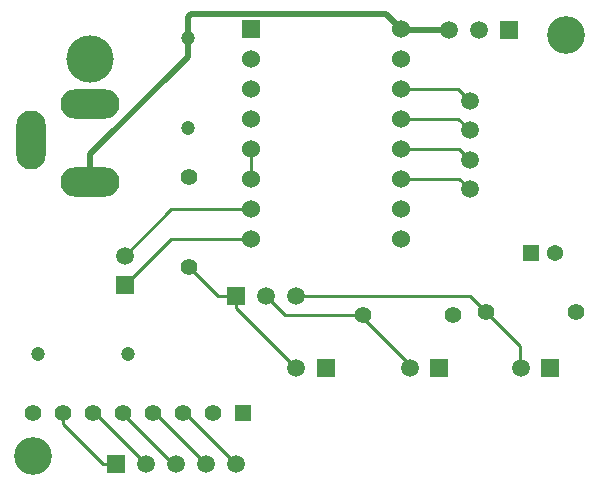
<source format=gbr>
%TF.GenerationSoftware,Altium Limited,Altium Designer,20.1.12 (249)*%
G04 Layer_Physical_Order=1*
G04 Layer_Color=255*
%FSLAX26Y26*%
%MOIN*%
%TF.SameCoordinates,3330814B-4F48-45CB-92AE-830D8B31506C*%
%TF.FilePolarity,Positive*%
%TF.FileFunction,Copper,L1,Top,Signal*%
%TF.Part,Single*%
G01*
G75*
%TA.AperFunction,Conductor*%
%ADD10C,0.010000*%
%ADD11C,0.020000*%
%TA.AperFunction,ComponentPad*%
%ADD12C,0.059370*%
%ADD13R,0.059370X0.059370*%
%TA.AperFunction,WasherPad*%
%ADD14C,0.125984*%
%TA.AperFunction,ComponentPad*%
%ADD15C,0.055118*%
%ADD16R,0.055039X0.055039*%
%ADD17C,0.055039*%
%ADD18C,0.053858*%
%ADD19R,0.053858X0.053858*%
%ADD20C,0.059055*%
%ADD21R,0.059055X0.059055*%
%ADD22R,0.059370X0.059370*%
%ADD23O,0.196850X0.098425*%
%ADD24O,0.196850X0.098425*%
%ADD25O,0.098425X0.196850*%
%ADD26C,0.157480*%
%ADD27C,0.047244*%
%ADD28C,0.060236*%
%ADD29R,0.060236X0.060236*%
D10*
X410000Y774213D02*
Y774213D01*
X565787Y930000D02*
X830000D01*
X410000Y774213D02*
X565787Y930000D01*
X410000Y675787D02*
X564448Y830235D01*
X829765D01*
X830000Y830000D01*
X1330000Y1530000D02*
X1332500Y1527500D01*
X1487500D02*
X1490000Y1525000D01*
X1330000Y1030000D02*
X1525000D01*
X1560000Y995000D01*
X1330000Y1130000D02*
X1523425D01*
X1560000Y1093425D02*
Y1093425D01*
X1523425Y1130000D02*
X1560000Y1093425D01*
X1330000Y1230000D02*
X1521851D01*
X1560000Y1191850D02*
Y1191851D01*
X1521851Y1230000D02*
X1560000Y1191851D01*
X1330000Y1330000D02*
X1520276D01*
X1560000Y1290276D01*
X338511Y80000D02*
X380000D01*
X205173Y213338D02*
X338511Y80000D01*
X205173Y213338D02*
Y249827D01*
X205000Y250000D02*
X205173Y249827D01*
X310000Y250000D02*
X480000Y80000D01*
X305000Y250000D02*
X310000D01*
X605000D02*
X610000D01*
X780000Y80000D01*
X720000Y640000D02*
X780000D01*
X625000Y735000D02*
X720000Y640000D01*
X1615000Y585000D02*
X1726575Y473425D01*
Y395000D02*
Y473425D01*
X1560000Y640000D02*
X1615000Y585000D01*
X980000Y640000D02*
X1560000D01*
X981575Y400000D02*
X981575D01*
X780402Y601173D02*
X981575Y400000D01*
X780402Y601173D02*
Y639598D01*
X780000Y640000D02*
X780402Y639598D01*
X1205000Y565394D02*
Y575000D01*
Y565394D02*
X1360787Y409606D01*
Y400000D02*
Y409606D01*
X880000Y640000D02*
X945000Y575000D01*
X1205000D01*
X830000Y1030000D02*
Y1130000D01*
X405000Y245000D02*
X570000Y80000D01*
X405000Y245000D02*
Y250000D01*
X570000Y80000D02*
X580000D01*
X505000Y250000D02*
X510000D01*
X680000Y80000D01*
Y80000D02*
Y80000D01*
D11*
X1332500Y1527500D02*
X1487500D01*
X631716Y1580118D02*
X1279882D01*
X1330000Y1530000D01*
X620000Y1437884D02*
Y1500000D01*
Y1568402D01*
X631716Y1580118D01*
X295000Y1112884D02*
X620000Y1437884D01*
X295000Y1020000D02*
Y1112884D01*
D12*
X980000Y640000D02*
D03*
X880000D02*
D03*
X1590000Y1525000D02*
D03*
X1490000D02*
D03*
X1560000Y1093425D02*
D03*
Y995000D02*
D03*
Y1191850D02*
D03*
Y1290276D02*
D03*
X410000Y774213D02*
D03*
X981575Y400000D02*
D03*
X1360787D02*
D03*
X1730747Y399172D02*
D03*
D13*
X780000Y640000D02*
D03*
X1690000Y1525000D02*
D03*
X1080000Y400000D02*
D03*
X1459213D02*
D03*
X1829172Y399172D02*
D03*
D14*
X105000Y105000D02*
D03*
X1880000Y1510000D02*
D03*
D15*
X625000Y1035000D02*
D03*
Y735000D02*
D03*
X1505000Y575000D02*
D03*
X1205000D02*
D03*
X1915000Y585000D02*
D03*
X1615000D02*
D03*
D16*
X805000Y250000D02*
D03*
D17*
X705000D02*
D03*
X605000D02*
D03*
X505000D02*
D03*
X405000D02*
D03*
X305000D02*
D03*
X205000D02*
D03*
X105000D02*
D03*
D18*
X1844370Y781654D02*
D03*
D19*
X1765630D02*
D03*
D20*
X780000Y80000D02*
D03*
X680000D02*
D03*
X580000D02*
D03*
X480000D02*
D03*
D21*
X380000D02*
D03*
D22*
X410000Y675787D02*
D03*
D23*
X295000Y1279842D02*
D03*
D24*
Y1020000D02*
D03*
D25*
X98150Y1159764D02*
D03*
D26*
X295000Y1429449D02*
D03*
D27*
X620000Y1200000D02*
D03*
Y1500000D02*
D03*
X120000Y445000D02*
D03*
X420000D02*
D03*
D28*
X1330000Y1530000D02*
D03*
Y1430000D02*
D03*
Y1330000D02*
D03*
Y1230000D02*
D03*
Y1130000D02*
D03*
Y1030000D02*
D03*
Y930000D02*
D03*
Y830000D02*
D03*
X830000D02*
D03*
Y930000D02*
D03*
Y1030000D02*
D03*
Y1130000D02*
D03*
Y1230000D02*
D03*
Y1330000D02*
D03*
Y1430000D02*
D03*
D29*
Y1530000D02*
D03*
%TF.MD5,f01da8d757351113295ee57fc313f32b*%
M02*

</source>
